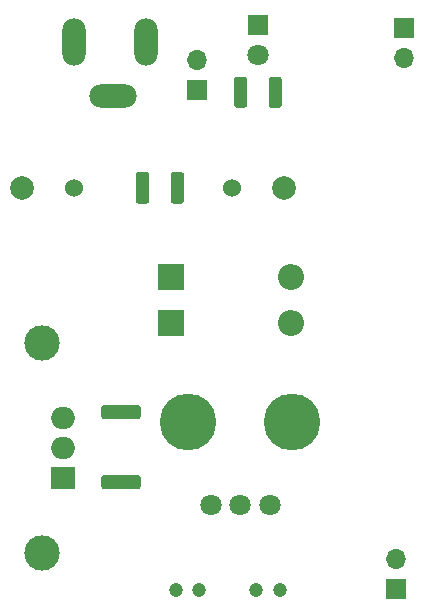
<source format=gts>
G04 #@! TF.GenerationSoftware,KiCad,Pcbnew,(5.1.10)-1*
G04 #@! TF.CreationDate,2021-12-28T21:38:16-08:00*
G04 #@! TF.ProjectId,breadboardPower,62726561-6462-46f6-9172-64506f776572,rev?*
G04 #@! TF.SameCoordinates,Original*
G04 #@! TF.FileFunction,Soldermask,Top*
G04 #@! TF.FilePolarity,Negative*
%FSLAX46Y46*%
G04 Gerber Fmt 4.6, Leading zero omitted, Abs format (unit mm)*
G04 Created by KiCad (PCBNEW (5.1.10)-1) date 2021-12-28 21:38:16*
%MOMM*%
%LPD*%
G01*
G04 APERTURE LIST*
%ADD10C,4.800000*%
%ADD11C,1.800000*%
%ADD12O,1.700000X1.700000*%
%ADD13R,1.700000X1.700000*%
%ADD14C,2.000000*%
%ADD15C,1.524000*%
%ADD16C,3.000000*%
%ADD17O,2.000000X1.905000*%
%ADD18R,2.000000X1.905000*%
%ADD19C,1.200000*%
%ADD20O,4.000000X2.000000*%
%ADD21O,2.000000X4.000000*%
%ADD22O,2.200000X2.200000*%
%ADD23R,2.200000X2.200000*%
%ADD24R,1.800000X1.800000*%
G04 APERTURE END LIST*
D10*
X95800000Y-98460800D03*
X87000000Y-98460800D03*
D11*
X93900000Y-105460800D03*
X91400000Y-105460800D03*
X88900000Y-105460800D03*
D12*
X87757000Y-67818000D03*
D13*
X87757000Y-70358000D03*
D14*
X72898000Y-78613000D03*
X95123000Y-78613000D03*
D15*
X77343000Y-78613000D03*
X90678000Y-78613000D03*
D16*
X74612500Y-91747500D03*
X74612500Y-109547500D03*
D17*
X76390500Y-98107499D03*
X76390500Y-100647499D03*
D18*
X76390500Y-103187499D03*
D19*
X87915500Y-112649000D03*
X85915500Y-112649000D03*
X94710000Y-112649000D03*
X92710000Y-112649000D03*
G36*
G01*
X85482000Y-79738401D02*
X85482000Y-77538399D01*
G75*
G02*
X85731999Y-77288400I249999J0D01*
G01*
X86382001Y-77288400D01*
G75*
G02*
X86632000Y-77538399I0J-249999D01*
G01*
X86632000Y-79738401D01*
G75*
G02*
X86382001Y-79988400I-249999J0D01*
G01*
X85731999Y-79988400D01*
G75*
G02*
X85482000Y-79738401I0J249999D01*
G01*
G37*
G36*
G01*
X82532000Y-79738401D02*
X82532000Y-77538399D01*
G75*
G02*
X82781999Y-77288400I249999J0D01*
G01*
X83432001Y-77288400D01*
G75*
G02*
X83682000Y-77538399I0J-249999D01*
G01*
X83682000Y-79738401D01*
G75*
G02*
X83432001Y-79988400I-249999J0D01*
G01*
X82781999Y-79988400D01*
G75*
G02*
X82532000Y-79738401I0J249999D01*
G01*
G37*
G36*
G01*
X79854999Y-102934000D02*
X82705001Y-102934000D01*
G75*
G02*
X82955000Y-103183999I0J-249999D01*
G01*
X82955000Y-103909001D01*
G75*
G02*
X82705001Y-104159000I-249999J0D01*
G01*
X79854999Y-104159000D01*
G75*
G02*
X79605000Y-103909001I0J249999D01*
G01*
X79605000Y-103183999D01*
G75*
G02*
X79854999Y-102934000I249999J0D01*
G01*
G37*
G36*
G01*
X79854999Y-97009000D02*
X82705001Y-97009000D01*
G75*
G02*
X82955000Y-97258999I0J-249999D01*
G01*
X82955000Y-97984001D01*
G75*
G02*
X82705001Y-98234000I-249999J0D01*
G01*
X79854999Y-98234000D01*
G75*
G02*
X79605000Y-97984001I0J249999D01*
G01*
X79605000Y-97258999D01*
G75*
G02*
X79854999Y-97009000I249999J0D01*
G01*
G37*
G36*
G01*
X93781901Y-71617215D02*
X93781901Y-69467209D01*
G75*
G02*
X94031898Y-69217212I249997J0D01*
G01*
X94656904Y-69217212D01*
G75*
G02*
X94906901Y-69467209I0J-249997D01*
G01*
X94906901Y-71617215D01*
G75*
G02*
X94656904Y-71867212I-249997J0D01*
G01*
X94031898Y-71867212D01*
G75*
G02*
X93781901Y-71617215I0J249997D01*
G01*
G37*
G36*
G01*
X90856901Y-71617215D02*
X90856901Y-69467209D01*
G75*
G02*
X91106898Y-69217212I249997J0D01*
G01*
X91731904Y-69217212D01*
G75*
G02*
X91981901Y-69467209I0J-249997D01*
G01*
X91981901Y-71617215D01*
G75*
G02*
X91731904Y-71867212I-249997J0D01*
G01*
X91106898Y-71867212D01*
G75*
G02*
X90856901Y-71617215I0J249997D01*
G01*
G37*
D12*
X105219500Y-67665600D03*
D13*
X105219500Y-65125600D03*
D12*
X104584500Y-110082000D03*
D13*
X104584500Y-112622000D03*
D20*
X80643000Y-70894000D03*
D21*
X83443000Y-66294000D03*
X77343000Y-66294000D03*
D22*
X95656400Y-90068400D03*
D23*
X85496400Y-90068400D03*
D22*
X95656400Y-86207600D03*
D23*
X85496400Y-86207600D03*
D11*
X92881902Y-67367211D03*
D24*
X92881902Y-64827211D03*
M02*

</source>
